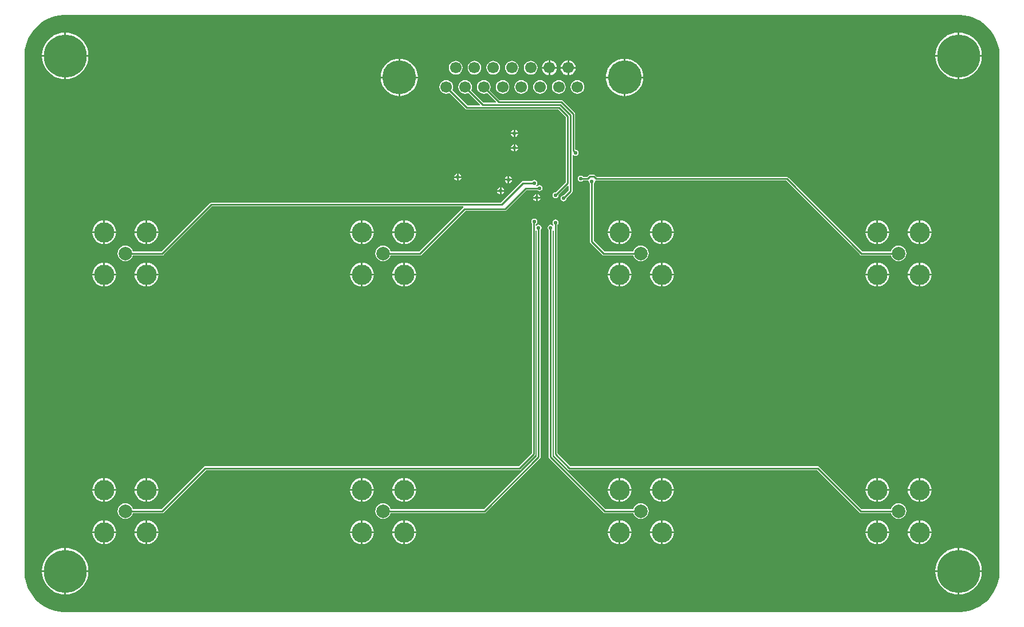
<source format=gbl>
G04*
G04 #@! TF.GenerationSoftware,Altium Limited,Altium Designer,18.1.9 (240)*
G04*
G04 Layer_Physical_Order=2*
G04 Layer_Color=16711680*
%FSLAX25Y25*%
%MOIN*%
G70*
G01*
G75*
%ADD14C,0.01000*%
%ADD30C,0.07874*%
%ADD31C,0.11811*%
%ADD32C,0.25000*%
%ADD33C,0.19685*%
%ADD34C,0.06693*%
%ADD35C,0.02200*%
G36*
X648493Y448548D02*
X650784Y448092D01*
X653020Y447414D01*
X655178Y446520D01*
X657238Y445418D01*
X659181Y444121D01*
X660987Y442638D01*
X662638Y440987D01*
X664120Y439181D01*
X665418Y437238D01*
X666520Y435178D01*
X667414Y433020D01*
X668092Y430784D01*
X668547Y428493D01*
X668777Y426168D01*
Y425000D01*
Y125000D01*
Y123832D01*
X668547Y121507D01*
X668092Y119216D01*
X667414Y116980D01*
X666520Y114822D01*
X665418Y112762D01*
X664121Y110819D01*
X662639Y109013D01*
X660987Y107362D01*
X659181Y105879D01*
X657238Y104582D01*
X655178Y103480D01*
X653020Y102586D01*
X650784Y101908D01*
X648493Y101452D01*
X646168Y101224D01*
X123832D01*
X121507Y101452D01*
X119216Y101908D01*
X116980Y102586D01*
X114822Y103480D01*
X112762Y104582D01*
X110819Y105879D01*
X109013Y107361D01*
X107362Y109013D01*
X105879Y110819D01*
X104582Y112762D01*
X103480Y114822D01*
X102586Y116980D01*
X101908Y119216D01*
X101452Y121507D01*
X101224Y123832D01*
Y125000D01*
Y425000D01*
Y426168D01*
X101452Y428493D01*
X101908Y430784D01*
X102586Y433020D01*
X103480Y435178D01*
X104582Y437238D01*
X105879Y439181D01*
X107361Y440987D01*
X109013Y442638D01*
X110819Y444121D01*
X112762Y445418D01*
X114822Y446520D01*
X116980Y447414D01*
X119216Y448092D01*
X121507Y448548D01*
X123832Y448776D01*
X646168D01*
X648493Y448548D01*
D02*
G37*
%LPC*%
G36*
X645500Y438502D02*
Y425500D01*
X658502D01*
X658375Y427118D01*
X657879Y429185D01*
X657066Y431148D01*
X655956Y432960D01*
X654575Y434576D01*
X652960Y435955D01*
X651148Y437066D01*
X649185Y437879D01*
X647118Y438375D01*
X645500Y438502D01*
D02*
G37*
G36*
X644500D02*
X642882Y438375D01*
X640815Y437879D01*
X638852Y437066D01*
X637040Y435955D01*
X635425Y434576D01*
X634045Y432960D01*
X632934Y431148D01*
X632121Y429185D01*
X631625Y427118D01*
X631498Y425500D01*
X644500D01*
Y438502D01*
D02*
G37*
G36*
X125500D02*
Y425500D01*
X138502D01*
X138375Y427118D01*
X137879Y429185D01*
X137066Y431148D01*
X135956Y432960D01*
X134575Y434576D01*
X132960Y435955D01*
X131148Y437066D01*
X129185Y437879D01*
X127118Y438375D01*
X125500Y438502D01*
D02*
G37*
G36*
X124500D02*
X122882Y438375D01*
X120815Y437879D01*
X118852Y437066D01*
X117040Y435955D01*
X115425Y434576D01*
X114044Y432960D01*
X112934Y431148D01*
X112121Y429185D01*
X111625Y427118D01*
X111498Y425500D01*
X124500D01*
Y438502D01*
D02*
G37*
G36*
X418217Y422409D02*
Y418591D01*
X422035D01*
X421951Y419225D01*
X421513Y420283D01*
X420816Y421191D01*
X419909Y421887D01*
X418851Y422325D01*
X418217Y422409D01*
D02*
G37*
G36*
X407311Y422409D02*
Y418591D01*
X411129D01*
X411046Y419225D01*
X410608Y420283D01*
X409911Y421191D01*
X409003Y421887D01*
X407946Y422325D01*
X407311Y422409D01*
D02*
G37*
G36*
X406311Y422409D02*
X405676Y422325D01*
X404619Y421887D01*
X403711Y421191D01*
X403014Y420283D01*
X402576Y419225D01*
X402493Y418591D01*
X406311D01*
Y422409D01*
D02*
G37*
G36*
X417216D02*
X416582Y422325D01*
X415524Y421887D01*
X414617Y421191D01*
X413920Y420283D01*
X413482Y419225D01*
X413398Y418591D01*
X417216D01*
Y422409D01*
D02*
G37*
G36*
X395905Y422071D02*
X394875Y421935D01*
X393915Y421538D01*
X393091Y420905D01*
X392458Y420081D01*
X392061Y419121D01*
X391925Y418090D01*
X392061Y417060D01*
X392458Y416100D01*
X393091Y415276D01*
X393915Y414643D01*
X394875Y414246D01*
X395905Y414110D01*
X396936Y414246D01*
X397896Y414643D01*
X398720Y415276D01*
X399353Y416100D01*
X399750Y417060D01*
X399886Y418090D01*
X399750Y419121D01*
X399353Y420081D01*
X398720Y420905D01*
X397896Y421538D01*
X396936Y421935D01*
X395905Y422071D01*
D02*
G37*
G36*
X385000D02*
X383970Y421935D01*
X383010Y421538D01*
X382185Y420905D01*
X381553Y420081D01*
X381155Y419121D01*
X381019Y418090D01*
X381155Y417060D01*
X381553Y416100D01*
X382185Y415276D01*
X383010Y414643D01*
X383970Y414246D01*
X385000Y414110D01*
X386030Y414246D01*
X386990Y414643D01*
X387815Y415276D01*
X388447Y416100D01*
X388845Y417060D01*
X388981Y418090D01*
X388845Y419121D01*
X388447Y420081D01*
X387815Y420905D01*
X386990Y421538D01*
X386030Y421935D01*
X385000Y422071D01*
D02*
G37*
G36*
X374095D02*
X373064Y421935D01*
X372104Y421538D01*
X371280Y420905D01*
X370647Y420081D01*
X370250Y419121D01*
X370114Y418090D01*
X370250Y417060D01*
X370647Y416100D01*
X371280Y415276D01*
X372104Y414643D01*
X373064Y414246D01*
X374095Y414110D01*
X375125Y414246D01*
X376085Y414643D01*
X376909Y415276D01*
X377542Y416100D01*
X377939Y417060D01*
X378075Y418090D01*
X377939Y419121D01*
X377542Y420081D01*
X376909Y420905D01*
X376085Y421538D01*
X375125Y421935D01*
X374095Y422071D01*
D02*
G37*
G36*
X363189D02*
X362159Y421935D01*
X361199Y421538D01*
X360374Y420905D01*
X359742Y420081D01*
X359344Y419121D01*
X359208Y418090D01*
X359344Y417060D01*
X359742Y416100D01*
X360374Y415276D01*
X361199Y414643D01*
X362159Y414246D01*
X363189Y414110D01*
X364219Y414246D01*
X365179Y414643D01*
X366004Y415276D01*
X366636Y416100D01*
X367034Y417060D01*
X367169Y418090D01*
X367034Y419121D01*
X366636Y420081D01*
X366004Y420905D01*
X365179Y421538D01*
X364219Y421935D01*
X363189Y422071D01*
D02*
G37*
G36*
X352283D02*
X351253Y421935D01*
X350293Y421538D01*
X349469Y420905D01*
X348836Y420081D01*
X348439Y419121D01*
X348303Y418090D01*
X348439Y417060D01*
X348836Y416100D01*
X349469Y415276D01*
X350293Y414643D01*
X351253Y414246D01*
X352283Y414110D01*
X353314Y414246D01*
X354274Y414643D01*
X355098Y415276D01*
X355731Y416100D01*
X356128Y417060D01*
X356264Y418090D01*
X356128Y419121D01*
X355731Y420081D01*
X355098Y420905D01*
X354274Y421538D01*
X353314Y421935D01*
X352283Y422071D01*
D02*
G37*
G36*
X406311Y417591D02*
X402493D01*
X402576Y416956D01*
X403014Y415899D01*
X403711Y414991D01*
X404619Y414294D01*
X405676Y413856D01*
X406311Y413772D01*
Y417591D01*
D02*
G37*
G36*
X422035D02*
X418217D01*
Y413772D01*
X418851Y413856D01*
X419909Y414294D01*
X420816Y414991D01*
X421513Y415899D01*
X421951Y416956D01*
X422035Y417591D01*
D02*
G37*
G36*
X417216D02*
X413398D01*
X413482Y416956D01*
X413920Y415899D01*
X414617Y414991D01*
X415524Y414294D01*
X416582Y413856D01*
X417216Y413772D01*
Y417591D01*
D02*
G37*
G36*
X411129D02*
X407311D01*
Y413772D01*
X407946Y413856D01*
X409003Y414294D01*
X409911Y414991D01*
X410608Y415899D01*
X411046Y416956D01*
X411129Y417591D01*
D02*
G37*
G36*
X451051Y423337D02*
Y413000D01*
X461388D01*
X461293Y414201D01*
X460895Y415861D01*
X460242Y417438D01*
X459350Y418893D01*
X458242Y420190D01*
X456944Y421299D01*
X455489Y422191D01*
X453912Y422844D01*
X452253Y423242D01*
X451051Y423337D01*
D02*
G37*
G36*
X319949D02*
Y413000D01*
X330286D01*
X330191Y414201D01*
X329793Y415861D01*
X329139Y417438D01*
X328248Y418893D01*
X327139Y420190D01*
X325842Y421299D01*
X324386Y422191D01*
X322810Y422844D01*
X321150Y423242D01*
X319949Y423337D01*
D02*
G37*
G36*
X318949D02*
X317747Y423242D01*
X316088Y422844D01*
X314511Y422191D01*
X313056Y421299D01*
X311758Y420190D01*
X310650Y418893D01*
X309758Y417438D01*
X309105Y415861D01*
X308707Y414201D01*
X308612Y413000D01*
X318949D01*
Y423337D01*
D02*
G37*
G36*
X450051D02*
X448850Y423242D01*
X447190Y422844D01*
X445614Y422191D01*
X444158Y421299D01*
X442861Y420190D01*
X441752Y418893D01*
X440861Y417438D01*
X440207Y415861D01*
X439809Y414201D01*
X439714Y413000D01*
X450051D01*
Y423337D01*
D02*
G37*
G36*
X658502Y424500D02*
X645500D01*
Y411498D01*
X647118Y411625D01*
X649185Y412121D01*
X651148Y412934D01*
X652960Y414045D01*
X654575Y415424D01*
X655956Y417040D01*
X657066Y418852D01*
X657879Y420815D01*
X658375Y422882D01*
X658502Y424500D01*
D02*
G37*
G36*
X644500D02*
X631498D01*
X631625Y422882D01*
X632121Y420815D01*
X632934Y418852D01*
X634045Y417040D01*
X635425Y415424D01*
X637040Y414045D01*
X638852Y412934D01*
X640815Y412121D01*
X642882Y411625D01*
X644500Y411498D01*
Y424500D01*
D02*
G37*
G36*
X138502D02*
X125500D01*
Y411498D01*
X127118Y411625D01*
X129185Y412121D01*
X131148Y412934D01*
X132960Y414045D01*
X134575Y415424D01*
X135956Y417040D01*
X137066Y418852D01*
X137879Y420815D01*
X138375Y422882D01*
X138502Y424500D01*
D02*
G37*
G36*
X124500D02*
X111498D01*
X111625Y422882D01*
X112121Y420815D01*
X112934Y418852D01*
X114044Y417040D01*
X115425Y415424D01*
X117040Y414045D01*
X118852Y412934D01*
X120815Y412121D01*
X122882Y411625D01*
X124500Y411498D01*
Y424500D01*
D02*
G37*
G36*
X423169Y410890D02*
X422139Y410754D01*
X421179Y410357D01*
X420355Y409724D01*
X419722Y408900D01*
X419324Y407940D01*
X419189Y406910D01*
X419324Y405879D01*
X419722Y404919D01*
X420355Y404095D01*
X421179Y403462D01*
X422139Y403065D01*
X423169Y402929D01*
X424199Y403065D01*
X425160Y403462D01*
X425984Y404095D01*
X426616Y404919D01*
X427014Y405879D01*
X427150Y406910D01*
X427014Y407940D01*
X426616Y408900D01*
X425984Y409724D01*
X425160Y410357D01*
X424199Y410754D01*
X423169Y410890D01*
D02*
G37*
G36*
X412264D02*
X411234Y410754D01*
X410274Y410357D01*
X409449Y409724D01*
X408817Y408900D01*
X408419Y407940D01*
X408283Y406910D01*
X408419Y405879D01*
X408817Y404919D01*
X409449Y404095D01*
X410274Y403462D01*
X411234Y403065D01*
X412264Y402929D01*
X413294Y403065D01*
X414254Y403462D01*
X415078Y404095D01*
X415711Y404919D01*
X416109Y405879D01*
X416244Y406910D01*
X416109Y407940D01*
X415711Y408900D01*
X415078Y409724D01*
X414254Y410357D01*
X413294Y410754D01*
X412264Y410890D01*
D02*
G37*
G36*
X401358D02*
X400328Y410754D01*
X399368Y410357D01*
X398544Y409724D01*
X397911Y408900D01*
X397513Y407940D01*
X397378Y406910D01*
X397513Y405879D01*
X397911Y404919D01*
X398544Y404095D01*
X399368Y403462D01*
X400328Y403065D01*
X401358Y402929D01*
X402388Y403065D01*
X403348Y403462D01*
X404173Y404095D01*
X404806Y404919D01*
X405203Y405879D01*
X405339Y406910D01*
X405203Y407940D01*
X404806Y408900D01*
X404173Y409724D01*
X403348Y410357D01*
X402388Y410754D01*
X401358Y410890D01*
D02*
G37*
G36*
X390453D02*
X389422Y410754D01*
X388462Y410357D01*
X387638Y409724D01*
X387005Y408900D01*
X386608Y407940D01*
X386472Y406910D01*
X386608Y405879D01*
X387005Y404919D01*
X387638Y404095D01*
X388462Y403462D01*
X389422Y403065D01*
X390453Y402929D01*
X391483Y403065D01*
X392443Y403462D01*
X393267Y404095D01*
X393900Y404919D01*
X394298Y405879D01*
X394433Y406910D01*
X394298Y407940D01*
X393900Y408900D01*
X393267Y409724D01*
X392443Y410357D01*
X391483Y410754D01*
X390453Y410890D01*
D02*
G37*
G36*
X379547D02*
X378517Y410754D01*
X377557Y410357D01*
X376733Y409724D01*
X376100Y408900D01*
X375702Y407940D01*
X375567Y406910D01*
X375702Y405879D01*
X376100Y404919D01*
X376733Y404095D01*
X377557Y403462D01*
X378517Y403065D01*
X379547Y402929D01*
X380577Y403065D01*
X381538Y403462D01*
X382362Y404095D01*
X382995Y404919D01*
X383392Y405879D01*
X383528Y406910D01*
X383392Y407940D01*
X382995Y408900D01*
X382362Y409724D01*
X381538Y410357D01*
X380577Y410754D01*
X379547Y410890D01*
D02*
G37*
G36*
X461388Y412000D02*
X451051D01*
Y401663D01*
X452253Y401758D01*
X453912Y402156D01*
X455489Y402809D01*
X456944Y403701D01*
X458242Y404810D01*
X459350Y406107D01*
X460242Y407562D01*
X460895Y409139D01*
X461293Y410799D01*
X461388Y412000D01*
D02*
G37*
G36*
X330286D02*
X319949D01*
Y401663D01*
X321150Y401758D01*
X322810Y402156D01*
X324386Y402809D01*
X325842Y403701D01*
X327139Y404810D01*
X328248Y406107D01*
X329139Y407562D01*
X329793Y409139D01*
X330191Y410799D01*
X330286Y412000D01*
D02*
G37*
G36*
X318949D02*
X308612D01*
X308707Y410799D01*
X309105Y409139D01*
X309758Y407562D01*
X310650Y406107D01*
X311758Y404810D01*
X313056Y403701D01*
X314511Y402809D01*
X316088Y402156D01*
X317747Y401758D01*
X318949Y401663D01*
Y412000D01*
D02*
G37*
G36*
X450051D02*
X439714D01*
X439809Y410799D01*
X440207Y409139D01*
X440861Y407562D01*
X441752Y406107D01*
X442861Y404810D01*
X444158Y403701D01*
X445614Y402809D01*
X447190Y402156D01*
X448850Y401758D01*
X450051Y401663D01*
Y412000D01*
D02*
G37*
G36*
X368642Y410890D02*
X367612Y410754D01*
X366652Y410357D01*
X365827Y409724D01*
X365195Y408900D01*
X364797Y407940D01*
X364661Y406910D01*
X364797Y405879D01*
X365195Y404919D01*
X365827Y404095D01*
X366652Y403462D01*
X367612Y403065D01*
X368642Y402929D01*
X369672Y403065D01*
X370541Y403424D01*
X375782Y398183D01*
X375590Y397722D01*
X368510D01*
X361221Y405011D01*
X361581Y405879D01*
X361717Y406910D01*
X361581Y407940D01*
X361183Y408900D01*
X360551Y409724D01*
X359727Y410357D01*
X358766Y410754D01*
X357736Y410890D01*
X356706Y410754D01*
X355746Y410357D01*
X354922Y409724D01*
X354289Y408900D01*
X353891Y407940D01*
X353756Y406910D01*
X353891Y405879D01*
X354289Y404919D01*
X354922Y404095D01*
X355746Y403462D01*
X356706Y403065D01*
X357736Y402929D01*
X358766Y403065D01*
X359635Y403424D01*
X366476Y396584D01*
X366285Y396122D01*
X359205D01*
X350316Y405011D01*
X350676Y405879D01*
X350811Y406910D01*
X350676Y407940D01*
X350278Y408900D01*
X349645Y409724D01*
X348821Y410357D01*
X347861Y410754D01*
X346831Y410890D01*
X345800Y410754D01*
X344841Y410357D01*
X344016Y409724D01*
X343384Y408900D01*
X342986Y407940D01*
X342850Y406910D01*
X342986Y405879D01*
X343384Y404919D01*
X344016Y404095D01*
X344841Y403462D01*
X345800Y403065D01*
X346831Y402929D01*
X347861Y403065D01*
X348730Y403424D01*
X357947Y394207D01*
X357947Y394207D01*
X358311Y393964D01*
X358740Y393878D01*
X358740Y393879D01*
X412035D01*
X416378Y389535D01*
Y351465D01*
X410520Y345606D01*
X410398Y345631D01*
X409734Y345499D01*
X409172Y345123D01*
X408796Y344561D01*
X408664Y343898D01*
X408796Y343234D01*
X409172Y342672D01*
X409734Y342296D01*
X410398Y342164D01*
X411061Y342296D01*
X411623Y342672D01*
X411999Y343234D01*
X412131Y343898D01*
X412107Y344020D01*
X417517Y349430D01*
X417978Y349239D01*
Y346600D01*
X415123Y343744D01*
X415000Y343769D01*
X414337Y343637D01*
X413774Y343261D01*
X413399Y342699D01*
X413267Y342035D01*
X413399Y341372D01*
X413774Y340810D01*
X414337Y340434D01*
X415000Y340302D01*
X415663Y340434D01*
X416226Y340810D01*
X416601Y341372D01*
X416733Y342035D01*
X416709Y342158D01*
X419893Y345342D01*
X419893Y345342D01*
X420136Y345706D01*
X420222Y346135D01*
X420222Y346135D01*
Y367202D01*
X420722Y367353D01*
X420774Y367274D01*
X421337Y366899D01*
X422000Y366767D01*
X422663Y366899D01*
X423226Y367274D01*
X423601Y367837D01*
X423733Y368500D01*
X423601Y369163D01*
X423226Y369726D01*
X422663Y370101D01*
X422000Y370233D01*
X421822Y370708D01*
Y391325D01*
X421822Y391325D01*
X421736Y391755D01*
X421493Y392119D01*
X414618Y398993D01*
X414255Y399236D01*
X413826Y399322D01*
X413825Y399322D01*
X377816D01*
X372127Y405011D01*
X372487Y405879D01*
X372622Y406910D01*
X372487Y407940D01*
X372089Y408900D01*
X371456Y409724D01*
X370632Y410357D01*
X369672Y410754D01*
X368642Y410890D01*
D02*
G37*
G36*
X387000Y382042D02*
Y380500D01*
X388542D01*
X388478Y380819D01*
X388014Y381514D01*
X387319Y381978D01*
X387000Y382042D01*
D02*
G37*
G36*
X386000D02*
X385681Y381978D01*
X384986Y381514D01*
X384522Y380819D01*
X384458Y380500D01*
X386000D01*
Y382042D01*
D02*
G37*
G36*
X388542Y379500D02*
X387000D01*
Y377958D01*
X387319Y378022D01*
X388014Y378486D01*
X388478Y379181D01*
X388542Y379500D01*
D02*
G37*
G36*
X386000D02*
X384458D01*
X384522Y379181D01*
X384986Y378486D01*
X385681Y378022D01*
X386000Y377958D01*
Y379500D01*
D02*
G37*
G36*
X387000Y373542D02*
Y372000D01*
X388542D01*
X388478Y372319D01*
X388014Y373014D01*
X387319Y373478D01*
X387000Y373542D01*
D02*
G37*
G36*
X386000D02*
X385681Y373478D01*
X384986Y373014D01*
X384522Y372319D01*
X384458Y372000D01*
X386000D01*
Y373542D01*
D02*
G37*
G36*
X388542Y371000D02*
X387000D01*
Y369458D01*
X387319Y369522D01*
X388014Y369986D01*
X388478Y370681D01*
X388542Y371000D01*
D02*
G37*
G36*
X386000D02*
X384458D01*
X384522Y370681D01*
X384986Y369986D01*
X385681Y369522D01*
X386000Y369458D01*
Y371000D01*
D02*
G37*
G36*
X432660Y355922D02*
X432660Y355922D01*
X430340D01*
X430340Y355922D01*
X429911Y355836D01*
X429547Y355593D01*
X429547Y355593D01*
X428576Y354622D01*
X426295D01*
X426226Y354726D01*
X425663Y355101D01*
X425000Y355233D01*
X424337Y355101D01*
X423774Y354726D01*
X423399Y354163D01*
X423267Y353500D01*
X423399Y352837D01*
X423774Y352274D01*
X424337Y351899D01*
X425000Y351767D01*
X425663Y351899D01*
X426226Y352274D01*
X426295Y352379D01*
X429040D01*
X429040Y352378D01*
X429344Y352439D01*
X429673Y352207D01*
X429781Y352070D01*
X429767Y352000D01*
X429899Y351337D01*
X430274Y350774D01*
X430378Y350705D01*
Y317000D01*
X430378Y317000D01*
X430464Y316571D01*
X430707Y316207D01*
X437707Y309207D01*
X437707Y309207D01*
X438071Y308964D01*
X438500Y308878D01*
X455572D01*
X455580Y308816D01*
X456037Y307712D01*
X456764Y306764D01*
X457712Y306037D01*
X458816Y305580D01*
X460000Y305424D01*
X461184Y305580D01*
X462288Y306037D01*
X463236Y306764D01*
X463963Y307712D01*
X464420Y308816D01*
X464576Y310000D01*
X464420Y311184D01*
X463963Y312288D01*
X463236Y313236D01*
X462288Y313963D01*
X461184Y314420D01*
X460000Y314576D01*
X458816Y314420D01*
X457712Y313963D01*
X456764Y313236D01*
X456037Y312288D01*
X455580Y311184D01*
X455572Y311122D01*
X438965D01*
X432622Y317465D01*
Y350705D01*
X432726Y350774D01*
X433101Y351337D01*
X433233Y352000D01*
X433219Y352070D01*
X433327Y352207D01*
X433656Y352439D01*
X433960Y352378D01*
X433960Y352379D01*
X544535D01*
X587707Y309207D01*
X588071Y308964D01*
X588500Y308878D01*
X588500Y308878D01*
X605572D01*
X605580Y308816D01*
X606037Y307712D01*
X606764Y306764D01*
X607712Y306037D01*
X608816Y305580D01*
X610000Y305424D01*
X611184Y305580D01*
X612288Y306037D01*
X613236Y306764D01*
X613963Y307712D01*
X614420Y308816D01*
X614576Y310000D01*
X614420Y311184D01*
X613963Y312288D01*
X613236Y313236D01*
X612288Y313963D01*
X611184Y314420D01*
X610000Y314576D01*
X608816Y314420D01*
X607712Y313963D01*
X606764Y313236D01*
X606037Y312288D01*
X605580Y311184D01*
X605572Y311122D01*
X588965D01*
X545793Y354293D01*
X545429Y354536D01*
X545000Y354622D01*
X545000Y354622D01*
X434424D01*
X433453Y355593D01*
X433089Y355836D01*
X432660Y355922D01*
D02*
G37*
G36*
X354000Y356542D02*
Y355000D01*
X355542D01*
X355478Y355319D01*
X355014Y356014D01*
X354319Y356478D01*
X354000Y356542D01*
D02*
G37*
G36*
X353000D02*
X352681Y356478D01*
X351986Y356014D01*
X351522Y355319D01*
X351458Y355000D01*
X353000D01*
Y356542D01*
D02*
G37*
G36*
X383500Y355042D02*
Y353500D01*
X385042D01*
X384978Y353819D01*
X384514Y354514D01*
X383819Y354978D01*
X383500Y355042D01*
D02*
G37*
G36*
X382500D02*
X382181Y354978D01*
X381486Y354514D01*
X381022Y353819D01*
X380958Y353500D01*
X382500D01*
Y355042D01*
D02*
G37*
G36*
X355542Y354000D02*
X354000D01*
Y352458D01*
X354319Y352522D01*
X355014Y352986D01*
X355478Y353681D01*
X355542Y354000D01*
D02*
G37*
G36*
X353000D02*
X351458D01*
X351522Y353681D01*
X351986Y352986D01*
X352681Y352522D01*
X353000Y352458D01*
Y354000D01*
D02*
G37*
G36*
X398000Y352733D02*
X397337Y352601D01*
X396774Y352226D01*
X396705Y352121D01*
X391500D01*
X391500Y352122D01*
X391071Y352036D01*
X390707Y351793D01*
X378535Y339621D01*
X210000D01*
X210000Y339622D01*
X209571Y339536D01*
X209207Y339293D01*
X209207Y339293D01*
X181035Y311122D01*
X164428D01*
X164420Y311184D01*
X163963Y312288D01*
X163236Y313236D01*
X162288Y313963D01*
X161184Y314420D01*
X160000Y314576D01*
X158816Y314420D01*
X157712Y313963D01*
X156764Y313236D01*
X156037Y312288D01*
X155580Y311184D01*
X155424Y310000D01*
X155580Y308816D01*
X156037Y307712D01*
X156764Y306764D01*
X157712Y306037D01*
X158816Y305580D01*
X160000Y305424D01*
X161184Y305580D01*
X162288Y306037D01*
X163236Y306764D01*
X163963Y307712D01*
X164420Y308816D01*
X164428Y308878D01*
X181500D01*
X181500Y308878D01*
X181929Y308964D01*
X182293Y309207D01*
X210465Y337379D01*
X356683D01*
X356835Y336878D01*
X356707Y336793D01*
X356707Y336793D01*
X331035Y311122D01*
X314428D01*
X314420Y311184D01*
X313963Y312288D01*
X313236Y313236D01*
X312288Y313963D01*
X311184Y314420D01*
X310000Y314576D01*
X308816Y314420D01*
X307712Y313963D01*
X306764Y313236D01*
X306037Y312288D01*
X305580Y311184D01*
X305424Y310000D01*
X305580Y308816D01*
X306037Y307712D01*
X306764Y306764D01*
X307712Y306037D01*
X308816Y305580D01*
X310000Y305424D01*
X311184Y305580D01*
X312288Y306037D01*
X313236Y306764D01*
X313963Y307712D01*
X314420Y308816D01*
X314428Y308878D01*
X331500D01*
X331500Y308878D01*
X331929Y308964D01*
X332293Y309207D01*
X357965Y334878D01*
X381000D01*
X381000Y334878D01*
X381429Y334964D01*
X381793Y335207D01*
X393465Y346879D01*
X399705D01*
X399774Y346774D01*
X400337Y346399D01*
X401000Y346267D01*
X401663Y346399D01*
X402226Y346774D01*
X402601Y347337D01*
X402733Y348000D01*
X402601Y348663D01*
X402226Y349226D01*
X401663Y349601D01*
X401000Y349733D01*
X400337Y349601D01*
X399774Y349226D01*
X399705Y349121D01*
X399149D01*
X398997Y349622D01*
X399226Y349774D01*
X399601Y350337D01*
X399733Y351000D01*
X399601Y351663D01*
X399226Y352226D01*
X398663Y352601D01*
X398000Y352733D01*
D02*
G37*
G36*
X385042Y352500D02*
X383500D01*
Y350958D01*
X383819Y351022D01*
X384514Y351486D01*
X384978Y352181D01*
X385042Y352500D01*
D02*
G37*
G36*
X382500D02*
X380958D01*
X381022Y352181D01*
X381486Y351486D01*
X382181Y351022D01*
X382500Y350958D01*
Y352500D01*
D02*
G37*
G36*
X378894Y348542D02*
Y347000D01*
X380435D01*
X380372Y347319D01*
X379908Y348014D01*
X379213Y348478D01*
X378894Y348542D01*
D02*
G37*
G36*
X377894D02*
X377574Y348478D01*
X376880Y348014D01*
X376415Y347319D01*
X376352Y347000D01*
X377894D01*
Y348542D01*
D02*
G37*
G36*
X380435Y346000D02*
X378894D01*
Y344458D01*
X379213Y344522D01*
X379908Y344986D01*
X380372Y345681D01*
X380435Y346000D01*
D02*
G37*
G36*
X377894D02*
X376352D01*
X376415Y345681D01*
X376880Y344986D01*
X377574Y344522D01*
X377894Y344458D01*
Y346000D01*
D02*
G37*
G36*
X400000Y344542D02*
Y343000D01*
X401542D01*
X401478Y343319D01*
X401014Y344014D01*
X400319Y344478D01*
X400000Y344542D01*
D02*
G37*
G36*
X399000D02*
X398681Y344478D01*
X397986Y344014D01*
X397522Y343319D01*
X397458Y343000D01*
X399000D01*
Y344542D01*
D02*
G37*
G36*
X401542Y342000D02*
X400000D01*
Y340458D01*
X400319Y340522D01*
X401014Y340986D01*
X401478Y341681D01*
X401542Y342000D01*
D02*
G37*
G36*
X399000D02*
X397458D01*
X397522Y341681D01*
X397986Y340986D01*
X398681Y340522D01*
X399000Y340458D01*
Y342000D01*
D02*
G37*
G36*
X410398Y329733D02*
X409734Y329601D01*
X409172Y329226D01*
X408796Y328663D01*
X408664Y328000D01*
X408796Y327337D01*
X409172Y326774D01*
X409154Y326484D01*
X408962Y326368D01*
X408646Y326279D01*
X408163Y326601D01*
X407500Y326733D01*
X406837Y326601D01*
X406274Y326226D01*
X405899Y325663D01*
X405767Y325000D01*
X405899Y324337D01*
X406274Y323774D01*
X406379Y323705D01*
Y191500D01*
X406378Y191500D01*
X406464Y191071D01*
X406707Y190707D01*
X438207Y159207D01*
X438207Y159207D01*
X438571Y158964D01*
X439000Y158878D01*
X439000Y158878D01*
X455572D01*
X455580Y158816D01*
X456037Y157712D01*
X456764Y156764D01*
X457712Y156037D01*
X458816Y155580D01*
X460000Y155424D01*
X461184Y155580D01*
X462288Y156037D01*
X463236Y156764D01*
X463963Y157712D01*
X464420Y158816D01*
X464576Y160000D01*
X464420Y161184D01*
X463963Y162288D01*
X463236Y163236D01*
X462288Y163963D01*
X461184Y164420D01*
X460000Y164576D01*
X458816Y164420D01*
X457712Y163963D01*
X456764Y163236D01*
X456037Y162288D01*
X455580Y161184D01*
X455572Y161122D01*
X439465D01*
X408622Y191965D01*
Y323379D01*
X408776Y323499D01*
X409276Y323253D01*
Y193102D01*
X409276Y193102D01*
X409362Y192673D01*
X409605Y192309D01*
X417707Y184207D01*
X417707Y184207D01*
X418071Y183964D01*
X418500Y183878D01*
X418500Y183878D01*
X562535D01*
X587207Y159207D01*
X587207Y159207D01*
X587571Y158964D01*
X588000Y158878D01*
X588000Y158878D01*
X605572D01*
X605580Y158816D01*
X606037Y157712D01*
X606764Y156764D01*
X607712Y156037D01*
X608816Y155580D01*
X610000Y155424D01*
X611184Y155580D01*
X612288Y156037D01*
X613236Y156764D01*
X613963Y157712D01*
X614420Y158816D01*
X614576Y160000D01*
X614420Y161184D01*
X613963Y162288D01*
X613236Y163236D01*
X612288Y163963D01*
X611184Y164420D01*
X610000Y164576D01*
X608816Y164420D01*
X607712Y163963D01*
X606764Y163236D01*
X606037Y162288D01*
X605580Y161184D01*
X605572Y161122D01*
X588465D01*
X563793Y185793D01*
X563429Y186036D01*
X563000Y186122D01*
X563000Y186122D01*
X418965D01*
X411519Y193567D01*
Y326705D01*
X411623Y326774D01*
X411999Y327337D01*
X412131Y328000D01*
X411999Y328663D01*
X411623Y329226D01*
X411061Y329601D01*
X410398Y329733D01*
D02*
G37*
G36*
X622823Y329212D02*
Y322823D01*
X629213D01*
X629128Y323676D01*
X628734Y324978D01*
X628092Y326178D01*
X627229Y327229D01*
X626178Y328092D01*
X624978Y328734D01*
X623677Y329128D01*
X622823Y329212D01*
D02*
G37*
G36*
X621823D02*
X620969Y329128D01*
X619667Y328734D01*
X618468Y328092D01*
X617416Y327229D01*
X616553Y326178D01*
X615912Y324978D01*
X615517Y323676D01*
X615433Y322823D01*
X621823D01*
Y329212D01*
D02*
G37*
G36*
X598177D02*
Y322823D01*
X604567D01*
X604483Y323676D01*
X604088Y324978D01*
X603447Y326178D01*
X602584Y327229D01*
X601532Y328092D01*
X600333Y328734D01*
X599031Y329128D01*
X598177Y329212D01*
D02*
G37*
G36*
X597177D02*
X596323Y329128D01*
X595022Y328734D01*
X593822Y328092D01*
X592771Y327229D01*
X591908Y326178D01*
X591266Y324978D01*
X590872Y323676D01*
X590788Y322823D01*
X597177D01*
Y329212D01*
D02*
G37*
G36*
X472823D02*
Y322823D01*
X479213D01*
X479128Y323676D01*
X478734Y324978D01*
X478092Y326178D01*
X477229Y327229D01*
X476178Y328092D01*
X474978Y328734D01*
X473677Y329128D01*
X472823Y329212D01*
D02*
G37*
G36*
X471823D02*
X470969Y329128D01*
X469667Y328734D01*
X468468Y328092D01*
X467416Y327229D01*
X466553Y326178D01*
X465912Y324978D01*
X465517Y323676D01*
X465433Y322823D01*
X471823D01*
Y329212D01*
D02*
G37*
G36*
X448177D02*
Y322823D01*
X454567D01*
X454483Y323676D01*
X454088Y324978D01*
X453447Y326178D01*
X452584Y327229D01*
X451532Y328092D01*
X450333Y328734D01*
X449031Y329128D01*
X448177Y329212D01*
D02*
G37*
G36*
X447177D02*
X446323Y329128D01*
X445022Y328734D01*
X443822Y328092D01*
X442771Y327229D01*
X441908Y326178D01*
X441266Y324978D01*
X440872Y323676D01*
X440788Y322823D01*
X447177D01*
Y329212D01*
D02*
G37*
G36*
X322823D02*
Y322823D01*
X329212D01*
X329128Y323676D01*
X328734Y324978D01*
X328092Y326178D01*
X327229Y327229D01*
X326178Y328092D01*
X324978Y328734D01*
X323676Y329128D01*
X322823Y329212D01*
D02*
G37*
G36*
X321823D02*
X320969Y329128D01*
X319667Y328734D01*
X318468Y328092D01*
X317416Y327229D01*
X316553Y326178D01*
X315912Y324978D01*
X315517Y323676D01*
X315433Y322823D01*
X321823D01*
Y329212D01*
D02*
G37*
G36*
X298177D02*
Y322823D01*
X304567D01*
X304483Y323676D01*
X304088Y324978D01*
X303447Y326178D01*
X302584Y327229D01*
X301532Y328092D01*
X300333Y328734D01*
X299031Y329128D01*
X298177Y329212D01*
D02*
G37*
G36*
X297177D02*
X296323Y329128D01*
X295022Y328734D01*
X293822Y328092D01*
X292771Y327229D01*
X291908Y326178D01*
X291266Y324978D01*
X290872Y323676D01*
X290788Y322823D01*
X297177D01*
Y329212D01*
D02*
G37*
G36*
X172823D02*
Y322823D01*
X179212D01*
X179128Y323676D01*
X178734Y324978D01*
X178092Y326178D01*
X177229Y327229D01*
X176178Y328092D01*
X174978Y328734D01*
X173677Y329128D01*
X172823Y329212D01*
D02*
G37*
G36*
X171823D02*
X170969Y329128D01*
X169667Y328734D01*
X168468Y328092D01*
X167416Y327229D01*
X166553Y326178D01*
X165912Y324978D01*
X165517Y323676D01*
X165433Y322823D01*
X171823D01*
Y329212D01*
D02*
G37*
G36*
X148177D02*
Y322823D01*
X154567D01*
X154483Y323676D01*
X154088Y324978D01*
X153447Y326178D01*
X152584Y327229D01*
X151532Y328092D01*
X150333Y328734D01*
X149031Y329128D01*
X148177Y329212D01*
D02*
G37*
G36*
X147177D02*
X146324Y329128D01*
X145022Y328734D01*
X143822Y328092D01*
X142771Y327229D01*
X141908Y326178D01*
X141266Y324978D01*
X140872Y323676D01*
X140787Y322823D01*
X147177D01*
Y329212D01*
D02*
G37*
G36*
X629213Y321823D02*
X622823D01*
Y315433D01*
X623677Y315517D01*
X624978Y315912D01*
X626178Y316553D01*
X627229Y317416D01*
X628092Y318468D01*
X628734Y319667D01*
X629128Y320969D01*
X629213Y321823D01*
D02*
G37*
G36*
X621823D02*
X615433D01*
X615517Y320969D01*
X615912Y319667D01*
X616553Y318468D01*
X617416Y317416D01*
X618468Y316553D01*
X619667Y315912D01*
X620969Y315517D01*
X621823Y315433D01*
Y321823D01*
D02*
G37*
G36*
X604567D02*
X598177D01*
Y315433D01*
X599031Y315517D01*
X600333Y315912D01*
X601532Y316553D01*
X602584Y317416D01*
X603447Y318468D01*
X604088Y319667D01*
X604483Y320969D01*
X604567Y321823D01*
D02*
G37*
G36*
X597177D02*
X590788D01*
X590872Y320969D01*
X591266Y319667D01*
X591908Y318468D01*
X592771Y317416D01*
X593822Y316553D01*
X595022Y315912D01*
X596323Y315517D01*
X597177Y315433D01*
Y321823D01*
D02*
G37*
G36*
X479213D02*
X472823D01*
Y315433D01*
X473677Y315517D01*
X474978Y315912D01*
X476178Y316553D01*
X477229Y317416D01*
X478092Y318468D01*
X478734Y319667D01*
X479128Y320969D01*
X479213Y321823D01*
D02*
G37*
G36*
X471823D02*
X465433D01*
X465517Y320969D01*
X465912Y319667D01*
X466553Y318468D01*
X467416Y317416D01*
X468468Y316553D01*
X469667Y315912D01*
X470969Y315517D01*
X471823Y315433D01*
Y321823D01*
D02*
G37*
G36*
X454567D02*
X448177D01*
Y315433D01*
X449031Y315517D01*
X450333Y315912D01*
X451532Y316553D01*
X452584Y317416D01*
X453447Y318468D01*
X454088Y319667D01*
X454483Y320969D01*
X454567Y321823D01*
D02*
G37*
G36*
X447177D02*
X440788D01*
X440872Y320969D01*
X441266Y319667D01*
X441908Y318468D01*
X442771Y317416D01*
X443822Y316553D01*
X445022Y315912D01*
X446323Y315517D01*
X447177Y315433D01*
Y321823D01*
D02*
G37*
G36*
X329212D02*
X322823D01*
Y315433D01*
X323676Y315517D01*
X324978Y315912D01*
X326178Y316553D01*
X327229Y317416D01*
X328092Y318468D01*
X328734Y319667D01*
X329128Y320969D01*
X329212Y321823D01*
D02*
G37*
G36*
X321823D02*
X315433D01*
X315517Y320969D01*
X315912Y319667D01*
X316553Y318468D01*
X317416Y317416D01*
X318468Y316553D01*
X319667Y315912D01*
X320969Y315517D01*
X321823Y315433D01*
Y321823D01*
D02*
G37*
G36*
X304567D02*
X298177D01*
Y315433D01*
X299031Y315517D01*
X300333Y315912D01*
X301532Y316553D01*
X302584Y317416D01*
X303447Y318468D01*
X304088Y319667D01*
X304483Y320969D01*
X304567Y321823D01*
D02*
G37*
G36*
X297177D02*
X290788D01*
X290872Y320969D01*
X291266Y319667D01*
X291908Y318468D01*
X292771Y317416D01*
X293822Y316553D01*
X295022Y315912D01*
X296323Y315517D01*
X297177Y315433D01*
Y321823D01*
D02*
G37*
G36*
X179212D02*
X172823D01*
Y315433D01*
X173677Y315517D01*
X174978Y315912D01*
X176178Y316553D01*
X177229Y317416D01*
X178092Y318468D01*
X178734Y319667D01*
X179128Y320969D01*
X179212Y321823D01*
D02*
G37*
G36*
X171823D02*
X165433D01*
X165517Y320969D01*
X165912Y319667D01*
X166553Y318468D01*
X167416Y317416D01*
X168468Y316553D01*
X169667Y315912D01*
X170969Y315517D01*
X171823Y315433D01*
Y321823D01*
D02*
G37*
G36*
X154567D02*
X148177D01*
Y315433D01*
X149031Y315517D01*
X150333Y315912D01*
X151532Y316553D01*
X152584Y317416D01*
X153447Y318468D01*
X154088Y319667D01*
X154483Y320969D01*
X154567Y321823D01*
D02*
G37*
G36*
X147177D02*
X140787D01*
X140872Y320969D01*
X141266Y319667D01*
X141908Y318468D01*
X142771Y317416D01*
X143822Y316553D01*
X145022Y315912D01*
X146324Y315517D01*
X147177Y315433D01*
Y321823D01*
D02*
G37*
G36*
X622823Y304567D02*
Y298177D01*
X629213D01*
X629128Y299031D01*
X628734Y300333D01*
X628092Y301532D01*
X627229Y302584D01*
X626178Y303447D01*
X624978Y304088D01*
X623677Y304483D01*
X622823Y304567D01*
D02*
G37*
G36*
X621823D02*
X620969Y304483D01*
X619667Y304088D01*
X618468Y303447D01*
X617416Y302584D01*
X616553Y301532D01*
X615912Y300333D01*
X615517Y299031D01*
X615433Y298177D01*
X621823D01*
Y304567D01*
D02*
G37*
G36*
X598177D02*
Y298177D01*
X604567D01*
X604483Y299031D01*
X604088Y300333D01*
X603447Y301532D01*
X602584Y302584D01*
X601532Y303447D01*
X600333Y304088D01*
X599031Y304483D01*
X598177Y304567D01*
D02*
G37*
G36*
X597177D02*
X596323Y304483D01*
X595022Y304088D01*
X593822Y303447D01*
X592771Y302584D01*
X591908Y301532D01*
X591266Y300333D01*
X590872Y299031D01*
X590788Y298177D01*
X597177D01*
Y304567D01*
D02*
G37*
G36*
X472823D02*
Y298177D01*
X479213D01*
X479128Y299031D01*
X478734Y300333D01*
X478092Y301532D01*
X477229Y302584D01*
X476178Y303447D01*
X474978Y304088D01*
X473677Y304483D01*
X472823Y304567D01*
D02*
G37*
G36*
X471823D02*
X470969Y304483D01*
X469667Y304088D01*
X468468Y303447D01*
X467416Y302584D01*
X466553Y301532D01*
X465912Y300333D01*
X465517Y299031D01*
X465433Y298177D01*
X471823D01*
Y304567D01*
D02*
G37*
G36*
X448177D02*
Y298177D01*
X454567D01*
X454483Y299031D01*
X454088Y300333D01*
X453447Y301532D01*
X452584Y302584D01*
X451532Y303447D01*
X450333Y304088D01*
X449031Y304483D01*
X448177Y304567D01*
D02*
G37*
G36*
X447177D02*
X446323Y304483D01*
X445022Y304088D01*
X443822Y303447D01*
X442771Y302584D01*
X441908Y301532D01*
X441266Y300333D01*
X440872Y299031D01*
X440788Y298177D01*
X447177D01*
Y304567D01*
D02*
G37*
G36*
X322823D02*
Y298177D01*
X329212D01*
X329128Y299031D01*
X328734Y300333D01*
X328092Y301532D01*
X327229Y302584D01*
X326178Y303447D01*
X324978Y304088D01*
X323676Y304483D01*
X322823Y304567D01*
D02*
G37*
G36*
X321823D02*
X320969Y304483D01*
X319667Y304088D01*
X318468Y303447D01*
X317416Y302584D01*
X316553Y301532D01*
X315912Y300333D01*
X315517Y299031D01*
X315433Y298177D01*
X321823D01*
Y304567D01*
D02*
G37*
G36*
X298177D02*
Y298177D01*
X304567D01*
X304483Y299031D01*
X304088Y300333D01*
X303447Y301532D01*
X302584Y302584D01*
X301532Y303447D01*
X300333Y304088D01*
X299031Y304483D01*
X298177Y304567D01*
D02*
G37*
G36*
X297177D02*
X296323Y304483D01*
X295022Y304088D01*
X293822Y303447D01*
X292771Y302584D01*
X291908Y301532D01*
X291266Y300333D01*
X290872Y299031D01*
X290788Y298177D01*
X297177D01*
Y304567D01*
D02*
G37*
G36*
X172823D02*
Y298177D01*
X179212D01*
X179128Y299031D01*
X178734Y300333D01*
X178092Y301532D01*
X177229Y302584D01*
X176178Y303447D01*
X174978Y304088D01*
X173677Y304483D01*
X172823Y304567D01*
D02*
G37*
G36*
X171823D02*
X170969Y304483D01*
X169667Y304088D01*
X168468Y303447D01*
X167416Y302584D01*
X166553Y301532D01*
X165912Y300333D01*
X165517Y299031D01*
X165433Y298177D01*
X171823D01*
Y304567D01*
D02*
G37*
G36*
X148177D02*
Y298177D01*
X154567D01*
X154483Y299031D01*
X154088Y300333D01*
X153447Y301532D01*
X152584Y302584D01*
X151532Y303447D01*
X150333Y304088D01*
X149031Y304483D01*
X148177Y304567D01*
D02*
G37*
G36*
X147177D02*
X146324Y304483D01*
X145022Y304088D01*
X143822Y303447D01*
X142771Y302584D01*
X141908Y301532D01*
X141266Y300333D01*
X140872Y299031D01*
X140787Y298177D01*
X147177D01*
Y304567D01*
D02*
G37*
G36*
X629213Y297177D02*
X622823D01*
Y290788D01*
X623677Y290872D01*
X624978Y291266D01*
X626178Y291908D01*
X627229Y292771D01*
X628092Y293822D01*
X628734Y295022D01*
X629128Y296323D01*
X629213Y297177D01*
D02*
G37*
G36*
X621823D02*
X615433D01*
X615517Y296323D01*
X615912Y295022D01*
X616553Y293822D01*
X617416Y292771D01*
X618468Y291908D01*
X619667Y291266D01*
X620969Y290872D01*
X621823Y290788D01*
Y297177D01*
D02*
G37*
G36*
X604567D02*
X598177D01*
Y290788D01*
X599031Y290872D01*
X600333Y291266D01*
X601532Y291908D01*
X602584Y292771D01*
X603447Y293822D01*
X604088Y295022D01*
X604483Y296323D01*
X604567Y297177D01*
D02*
G37*
G36*
X597177D02*
X590788D01*
X590872Y296323D01*
X591266Y295022D01*
X591908Y293822D01*
X592771Y292771D01*
X593822Y291908D01*
X595022Y291266D01*
X596323Y290872D01*
X597177Y290788D01*
Y297177D01*
D02*
G37*
G36*
X479213D02*
X472823D01*
Y290788D01*
X473677Y290872D01*
X474978Y291266D01*
X476178Y291908D01*
X477229Y292771D01*
X478092Y293822D01*
X478734Y295022D01*
X479128Y296323D01*
X479213Y297177D01*
D02*
G37*
G36*
X471823D02*
X465433D01*
X465517Y296323D01*
X465912Y295022D01*
X466553Y293822D01*
X467416Y292771D01*
X468468Y291908D01*
X469667Y291266D01*
X470969Y290872D01*
X471823Y290788D01*
Y297177D01*
D02*
G37*
G36*
X454567D02*
X448177D01*
Y290788D01*
X449031Y290872D01*
X450333Y291266D01*
X451532Y291908D01*
X452584Y292771D01*
X453447Y293822D01*
X454088Y295022D01*
X454483Y296323D01*
X454567Y297177D01*
D02*
G37*
G36*
X447177D02*
X440788D01*
X440872Y296323D01*
X441266Y295022D01*
X441908Y293822D01*
X442771Y292771D01*
X443822Y291908D01*
X445022Y291266D01*
X446323Y290872D01*
X447177Y290788D01*
Y297177D01*
D02*
G37*
G36*
X329212D02*
X322823D01*
Y290788D01*
X323676Y290872D01*
X324978Y291266D01*
X326178Y291908D01*
X327229Y292771D01*
X328092Y293822D01*
X328734Y295022D01*
X329128Y296323D01*
X329212Y297177D01*
D02*
G37*
G36*
X321823D02*
X315433D01*
X315517Y296323D01*
X315912Y295022D01*
X316553Y293822D01*
X317416Y292771D01*
X318468Y291908D01*
X319667Y291266D01*
X320969Y290872D01*
X321823Y290788D01*
Y297177D01*
D02*
G37*
G36*
X304567D02*
X298177D01*
Y290788D01*
X299031Y290872D01*
X300333Y291266D01*
X301532Y291908D01*
X302584Y292771D01*
X303447Y293822D01*
X304088Y295022D01*
X304483Y296323D01*
X304567Y297177D01*
D02*
G37*
G36*
X297177D02*
X290788D01*
X290872Y296323D01*
X291266Y295022D01*
X291908Y293822D01*
X292771Y292771D01*
X293822Y291908D01*
X295022Y291266D01*
X296323Y290872D01*
X297177Y290788D01*
Y297177D01*
D02*
G37*
G36*
X179212D02*
X172823D01*
Y290788D01*
X173677Y290872D01*
X174978Y291266D01*
X176178Y291908D01*
X177229Y292771D01*
X178092Y293822D01*
X178734Y295022D01*
X179128Y296323D01*
X179212Y297177D01*
D02*
G37*
G36*
X171823D02*
X165433D01*
X165517Y296323D01*
X165912Y295022D01*
X166553Y293822D01*
X167416Y292771D01*
X168468Y291908D01*
X169667Y291266D01*
X170969Y290872D01*
X171823Y290788D01*
Y297177D01*
D02*
G37*
G36*
X154567D02*
X148177D01*
Y290788D01*
X149031Y290872D01*
X150333Y291266D01*
X151532Y291908D01*
X152584Y292771D01*
X153447Y293822D01*
X154088Y295022D01*
X154483Y296323D01*
X154567Y297177D01*
D02*
G37*
G36*
X147177D02*
X140787D01*
X140872Y296323D01*
X141266Y295022D01*
X141908Y293822D01*
X142771Y292771D01*
X143822Y291908D01*
X145022Y291266D01*
X146324Y290872D01*
X147177Y290788D01*
Y297177D01*
D02*
G37*
G36*
X622823Y179212D02*
Y172823D01*
X629213D01*
X629128Y173677D01*
X628734Y174978D01*
X628092Y176178D01*
X627229Y177229D01*
X626178Y178092D01*
X624978Y178734D01*
X623677Y179128D01*
X622823Y179212D01*
D02*
G37*
G36*
X621823D02*
X620969Y179128D01*
X619667Y178734D01*
X618468Y178092D01*
X617416Y177229D01*
X616553Y176178D01*
X615912Y174978D01*
X615517Y173677D01*
X615433Y172823D01*
X621823D01*
Y179212D01*
D02*
G37*
G36*
X598177D02*
Y172823D01*
X604567D01*
X604483Y173677D01*
X604088Y174978D01*
X603447Y176178D01*
X602584Y177229D01*
X601532Y178092D01*
X600333Y178734D01*
X599031Y179128D01*
X598177Y179212D01*
D02*
G37*
G36*
X597177D02*
X596323Y179128D01*
X595022Y178734D01*
X593822Y178092D01*
X592771Y177229D01*
X591908Y176178D01*
X591266Y174978D01*
X590872Y173677D01*
X590788Y172823D01*
X597177D01*
Y179212D01*
D02*
G37*
G36*
X472823D02*
Y172823D01*
X479213D01*
X479128Y173677D01*
X478734Y174978D01*
X478092Y176178D01*
X477229Y177229D01*
X476178Y178092D01*
X474978Y178734D01*
X473677Y179128D01*
X472823Y179212D01*
D02*
G37*
G36*
X471823D02*
X470969Y179128D01*
X469667Y178734D01*
X468468Y178092D01*
X467416Y177229D01*
X466553Y176178D01*
X465912Y174978D01*
X465517Y173677D01*
X465433Y172823D01*
X471823D01*
Y179212D01*
D02*
G37*
G36*
X448177D02*
Y172823D01*
X454567D01*
X454483Y173677D01*
X454088Y174978D01*
X453447Y176178D01*
X452584Y177229D01*
X451532Y178092D01*
X450333Y178734D01*
X449031Y179128D01*
X448177Y179212D01*
D02*
G37*
G36*
X447177D02*
X446323Y179128D01*
X445022Y178734D01*
X443822Y178092D01*
X442771Y177229D01*
X441908Y176178D01*
X441266Y174978D01*
X440872Y173677D01*
X440788Y172823D01*
X447177D01*
Y179212D01*
D02*
G37*
G36*
X322823D02*
Y172823D01*
X329212D01*
X329128Y173677D01*
X328734Y174978D01*
X328092Y176178D01*
X327229Y177229D01*
X326178Y178092D01*
X324978Y178734D01*
X323676Y179128D01*
X322823Y179212D01*
D02*
G37*
G36*
X321823D02*
X320969Y179128D01*
X319667Y178734D01*
X318468Y178092D01*
X317416Y177229D01*
X316553Y176178D01*
X315912Y174978D01*
X315517Y173677D01*
X315433Y172823D01*
X321823D01*
Y179212D01*
D02*
G37*
G36*
X298177D02*
Y172823D01*
X304567D01*
X304483Y173677D01*
X304088Y174978D01*
X303447Y176178D01*
X302584Y177229D01*
X301532Y178092D01*
X300333Y178734D01*
X299031Y179128D01*
X298177Y179212D01*
D02*
G37*
G36*
X297177D02*
X296323Y179128D01*
X295022Y178734D01*
X293822Y178092D01*
X292771Y177229D01*
X291908Y176178D01*
X291266Y174978D01*
X290872Y173677D01*
X290788Y172823D01*
X297177D01*
Y179212D01*
D02*
G37*
G36*
X172823D02*
Y172823D01*
X179212D01*
X179128Y173677D01*
X178734Y174978D01*
X178092Y176178D01*
X177229Y177229D01*
X176178Y178092D01*
X174978Y178734D01*
X173677Y179128D01*
X172823Y179212D01*
D02*
G37*
G36*
X171823D02*
X170969Y179128D01*
X169667Y178734D01*
X168468Y178092D01*
X167416Y177229D01*
X166553Y176178D01*
X165912Y174978D01*
X165517Y173677D01*
X165433Y172823D01*
X171823D01*
Y179212D01*
D02*
G37*
G36*
X148177D02*
Y172823D01*
X154567D01*
X154483Y173677D01*
X154088Y174978D01*
X153447Y176178D01*
X152584Y177229D01*
X151532Y178092D01*
X150333Y178734D01*
X149031Y179128D01*
X148177Y179212D01*
D02*
G37*
G36*
X147177D02*
X146324Y179128D01*
X145022Y178734D01*
X143822Y178092D01*
X142771Y177229D01*
X141908Y176178D01*
X141266Y174978D01*
X140872Y173677D01*
X140787Y172823D01*
X147177D01*
Y179212D01*
D02*
G37*
G36*
X629213Y171823D02*
X622823D01*
Y165433D01*
X623677Y165517D01*
X624978Y165912D01*
X626178Y166553D01*
X627229Y167416D01*
X628092Y168468D01*
X628734Y169667D01*
X629128Y170969D01*
X629213Y171823D01*
D02*
G37*
G36*
X621823D02*
X615433D01*
X615517Y170969D01*
X615912Y169667D01*
X616553Y168468D01*
X617416Y167416D01*
X618468Y166553D01*
X619667Y165912D01*
X620969Y165517D01*
X621823Y165433D01*
Y171823D01*
D02*
G37*
G36*
X604567D02*
X598177D01*
Y165433D01*
X599031Y165517D01*
X600333Y165912D01*
X601532Y166553D01*
X602584Y167416D01*
X603447Y168468D01*
X604088Y169667D01*
X604483Y170969D01*
X604567Y171823D01*
D02*
G37*
G36*
X597177D02*
X590788D01*
X590872Y170969D01*
X591266Y169667D01*
X591908Y168468D01*
X592771Y167416D01*
X593822Y166553D01*
X595022Y165912D01*
X596323Y165517D01*
X597177Y165433D01*
Y171823D01*
D02*
G37*
G36*
X479213D02*
X472823D01*
Y165433D01*
X473677Y165517D01*
X474978Y165912D01*
X476178Y166553D01*
X477229Y167416D01*
X478092Y168468D01*
X478734Y169667D01*
X479128Y170969D01*
X479213Y171823D01*
D02*
G37*
G36*
X471823D02*
X465433D01*
X465517Y170969D01*
X465912Y169667D01*
X466553Y168468D01*
X467416Y167416D01*
X468468Y166553D01*
X469667Y165912D01*
X470969Y165517D01*
X471823Y165433D01*
Y171823D01*
D02*
G37*
G36*
X454567D02*
X448177D01*
Y165433D01*
X449031Y165517D01*
X450333Y165912D01*
X451532Y166553D01*
X452584Y167416D01*
X453447Y168468D01*
X454088Y169667D01*
X454483Y170969D01*
X454567Y171823D01*
D02*
G37*
G36*
X447177D02*
X440788D01*
X440872Y170969D01*
X441266Y169667D01*
X441908Y168468D01*
X442771Y167416D01*
X443822Y166553D01*
X445022Y165912D01*
X446323Y165517D01*
X447177Y165433D01*
Y171823D01*
D02*
G37*
G36*
X329212D02*
X322823D01*
Y165433D01*
X323676Y165517D01*
X324978Y165912D01*
X326178Y166553D01*
X327229Y167416D01*
X328092Y168468D01*
X328734Y169667D01*
X329128Y170969D01*
X329212Y171823D01*
D02*
G37*
G36*
X321823D02*
X315433D01*
X315517Y170969D01*
X315912Y169667D01*
X316553Y168468D01*
X317416Y167416D01*
X318468Y166553D01*
X319667Y165912D01*
X320969Y165517D01*
X321823Y165433D01*
Y171823D01*
D02*
G37*
G36*
X304567D02*
X298177D01*
Y165433D01*
X299031Y165517D01*
X300333Y165912D01*
X301532Y166553D01*
X302584Y167416D01*
X303447Y168468D01*
X304088Y169667D01*
X304483Y170969D01*
X304567Y171823D01*
D02*
G37*
G36*
X297177D02*
X290788D01*
X290872Y170969D01*
X291266Y169667D01*
X291908Y168468D01*
X292771Y167416D01*
X293822Y166553D01*
X295022Y165912D01*
X296323Y165517D01*
X297177Y165433D01*
Y171823D01*
D02*
G37*
G36*
X179212D02*
X172823D01*
Y165433D01*
X173677Y165517D01*
X174978Y165912D01*
X176178Y166553D01*
X177229Y167416D01*
X178092Y168468D01*
X178734Y169667D01*
X179128Y170969D01*
X179212Y171823D01*
D02*
G37*
G36*
X171823D02*
X165433D01*
X165517Y170969D01*
X165912Y169667D01*
X166553Y168468D01*
X167416Y167416D01*
X168468Y166553D01*
X169667Y165912D01*
X170969Y165517D01*
X171823Y165433D01*
Y171823D01*
D02*
G37*
G36*
X154567D02*
X148177D01*
Y165433D01*
X149031Y165517D01*
X150333Y165912D01*
X151532Y166553D01*
X152584Y167416D01*
X153447Y168468D01*
X154088Y169667D01*
X154483Y170969D01*
X154567Y171823D01*
D02*
G37*
G36*
X147177D02*
X140787D01*
X140872Y170969D01*
X141266Y169667D01*
X141908Y168468D01*
X142771Y167416D01*
X143822Y166553D01*
X145022Y165912D01*
X146324Y165517D01*
X147177Y165433D01*
Y171823D01*
D02*
G37*
G36*
X398000Y330233D02*
X397337Y330101D01*
X396774Y329726D01*
X396399Y329163D01*
X396267Y328500D01*
X396399Y327837D01*
X396579Y327568D01*
Y193665D01*
X389035Y186122D01*
X206500D01*
X206500Y186122D01*
X206071Y186036D01*
X205707Y185793D01*
X205707Y185793D01*
X181035Y161122D01*
X164428D01*
X164420Y161184D01*
X163963Y162288D01*
X163236Y163236D01*
X162288Y163963D01*
X161184Y164420D01*
X160000Y164576D01*
X158816Y164420D01*
X157712Y163963D01*
X156764Y163236D01*
X156037Y162288D01*
X155580Y161184D01*
X155424Y160000D01*
X155580Y158816D01*
X156037Y157712D01*
X156764Y156764D01*
X157712Y156037D01*
X158816Y155580D01*
X160000Y155424D01*
X161184Y155580D01*
X162288Y156037D01*
X163236Y156764D01*
X163963Y157712D01*
X164420Y158816D01*
X164428Y158878D01*
X181500D01*
X181500Y158878D01*
X181929Y158964D01*
X182293Y159207D01*
X206965Y183878D01*
X389500D01*
X389500Y183878D01*
X389929Y183964D01*
X390293Y184207D01*
X398493Y192407D01*
X398493Y192407D01*
X398736Y192771D01*
X398822Y193200D01*
X398821Y193200D01*
Y323041D01*
X399318Y323340D01*
X399378Y323242D01*
Y191965D01*
X368535Y161122D01*
X314428D01*
X314420Y161184D01*
X313963Y162288D01*
X313236Y163236D01*
X312288Y163963D01*
X311184Y164420D01*
X310000Y164576D01*
X308816Y164420D01*
X307712Y163963D01*
X306764Y163236D01*
X306037Y162288D01*
X305580Y161184D01*
X305424Y160000D01*
X305580Y158816D01*
X306037Y157712D01*
X306764Y156764D01*
X307712Y156037D01*
X308816Y155580D01*
X310000Y155424D01*
X311184Y155580D01*
X312288Y156037D01*
X313236Y156764D01*
X313963Y157712D01*
X314420Y158816D01*
X314428Y158878D01*
X369000D01*
X369000Y158878D01*
X369429Y158964D01*
X369793Y159207D01*
X401293Y190707D01*
X401293Y190707D01*
X401536Y191071D01*
X401622Y191500D01*
X401621Y191500D01*
Y323705D01*
X401726Y323774D01*
X402101Y324337D01*
X402233Y325000D01*
X402101Y325663D01*
X401726Y326226D01*
X401163Y326601D01*
X400500Y326733D01*
X399837Y326601D01*
X399322Y326257D01*
X399100Y326311D01*
X398821Y326448D01*
Y327004D01*
X399226Y327274D01*
X399601Y327837D01*
X399733Y328500D01*
X399601Y329163D01*
X399226Y329726D01*
X398663Y330101D01*
X398000Y330233D01*
D02*
G37*
G36*
X622823Y154567D02*
Y148177D01*
X629213D01*
X629128Y149031D01*
X628734Y150333D01*
X628092Y151532D01*
X627229Y152584D01*
X626178Y153447D01*
X624978Y154088D01*
X623677Y154483D01*
X622823Y154567D01*
D02*
G37*
G36*
X621823D02*
X620969Y154483D01*
X619667Y154088D01*
X618468Y153447D01*
X617416Y152584D01*
X616553Y151532D01*
X615912Y150333D01*
X615517Y149031D01*
X615433Y148177D01*
X621823D01*
Y154567D01*
D02*
G37*
G36*
X598177D02*
Y148177D01*
X604567D01*
X604483Y149031D01*
X604088Y150333D01*
X603447Y151532D01*
X602584Y152584D01*
X601532Y153447D01*
X600333Y154088D01*
X599031Y154483D01*
X598177Y154567D01*
D02*
G37*
G36*
X597177D02*
X596323Y154483D01*
X595022Y154088D01*
X593822Y153447D01*
X592771Y152584D01*
X591908Y151532D01*
X591266Y150333D01*
X590872Y149031D01*
X590788Y148177D01*
X597177D01*
Y154567D01*
D02*
G37*
G36*
X472823D02*
Y148177D01*
X479213D01*
X479128Y149031D01*
X478734Y150333D01*
X478092Y151532D01*
X477229Y152584D01*
X476178Y153447D01*
X474978Y154088D01*
X473677Y154483D01*
X472823Y154567D01*
D02*
G37*
G36*
X471823D02*
X470969Y154483D01*
X469667Y154088D01*
X468468Y153447D01*
X467416Y152584D01*
X466553Y151532D01*
X465912Y150333D01*
X465517Y149031D01*
X465433Y148177D01*
X471823D01*
Y154567D01*
D02*
G37*
G36*
X448177D02*
Y148177D01*
X454567D01*
X454483Y149031D01*
X454088Y150333D01*
X453447Y151532D01*
X452584Y152584D01*
X451532Y153447D01*
X450333Y154088D01*
X449031Y154483D01*
X448177Y154567D01*
D02*
G37*
G36*
X447177D02*
X446323Y154483D01*
X445022Y154088D01*
X443822Y153447D01*
X442771Y152584D01*
X441908Y151532D01*
X441266Y150333D01*
X440872Y149031D01*
X440788Y148177D01*
X447177D01*
Y154567D01*
D02*
G37*
G36*
X322823D02*
Y148177D01*
X329212D01*
X329128Y149031D01*
X328734Y150333D01*
X328092Y151532D01*
X327229Y152584D01*
X326178Y153447D01*
X324978Y154088D01*
X323676Y154483D01*
X322823Y154567D01*
D02*
G37*
G36*
X321823D02*
X320969Y154483D01*
X319667Y154088D01*
X318468Y153447D01*
X317416Y152584D01*
X316553Y151532D01*
X315912Y150333D01*
X315517Y149031D01*
X315433Y148177D01*
X321823D01*
Y154567D01*
D02*
G37*
G36*
X298177D02*
Y148177D01*
X304567D01*
X304483Y149031D01*
X304088Y150333D01*
X303447Y151532D01*
X302584Y152584D01*
X301532Y153447D01*
X300333Y154088D01*
X299031Y154483D01*
X298177Y154567D01*
D02*
G37*
G36*
X297177D02*
X296323Y154483D01*
X295022Y154088D01*
X293822Y153447D01*
X292771Y152584D01*
X291908Y151532D01*
X291266Y150333D01*
X290872Y149031D01*
X290788Y148177D01*
X297177D01*
Y154567D01*
D02*
G37*
G36*
X172823D02*
Y148177D01*
X179212D01*
X179128Y149031D01*
X178734Y150333D01*
X178092Y151532D01*
X177229Y152584D01*
X176178Y153447D01*
X174978Y154088D01*
X173677Y154483D01*
X172823Y154567D01*
D02*
G37*
G36*
X171823D02*
X170969Y154483D01*
X169667Y154088D01*
X168468Y153447D01*
X167416Y152584D01*
X166553Y151532D01*
X165912Y150333D01*
X165517Y149031D01*
X165433Y148177D01*
X171823D01*
Y154567D01*
D02*
G37*
G36*
X148177D02*
Y148177D01*
X154567D01*
X154483Y149031D01*
X154088Y150333D01*
X153447Y151532D01*
X152584Y152584D01*
X151532Y153447D01*
X150333Y154088D01*
X149031Y154483D01*
X148177Y154567D01*
D02*
G37*
G36*
X147177D02*
X146324Y154483D01*
X145022Y154088D01*
X143822Y153447D01*
X142771Y152584D01*
X141908Y151532D01*
X141266Y150333D01*
X140872Y149031D01*
X140787Y148177D01*
X147177D01*
Y154567D01*
D02*
G37*
G36*
X629213Y147177D02*
X622823D01*
Y140787D01*
X623677Y140872D01*
X624978Y141266D01*
X626178Y141908D01*
X627229Y142771D01*
X628092Y143822D01*
X628734Y145022D01*
X629128Y146324D01*
X629213Y147177D01*
D02*
G37*
G36*
X621823D02*
X615433D01*
X615517Y146324D01*
X615912Y145022D01*
X616553Y143822D01*
X617416Y142771D01*
X618468Y141908D01*
X619667Y141266D01*
X620969Y140872D01*
X621823Y140787D01*
Y147177D01*
D02*
G37*
G36*
X604567D02*
X598177D01*
Y140787D01*
X599031Y140872D01*
X600333Y141266D01*
X601532Y141908D01*
X602584Y142771D01*
X603447Y143822D01*
X604088Y145022D01*
X604483Y146324D01*
X604567Y147177D01*
D02*
G37*
G36*
X597177D02*
X590788D01*
X590872Y146324D01*
X591266Y145022D01*
X591908Y143822D01*
X592771Y142771D01*
X593822Y141908D01*
X595022Y141266D01*
X596323Y140872D01*
X597177Y140787D01*
Y147177D01*
D02*
G37*
G36*
X479213D02*
X472823D01*
Y140787D01*
X473677Y140872D01*
X474978Y141266D01*
X476178Y141908D01*
X477229Y142771D01*
X478092Y143822D01*
X478734Y145022D01*
X479128Y146324D01*
X479213Y147177D01*
D02*
G37*
G36*
X471823D02*
X465433D01*
X465517Y146324D01*
X465912Y145022D01*
X466553Y143822D01*
X467416Y142771D01*
X468468Y141908D01*
X469667Y141266D01*
X470969Y140872D01*
X471823Y140787D01*
Y147177D01*
D02*
G37*
G36*
X454567D02*
X448177D01*
Y140787D01*
X449031Y140872D01*
X450333Y141266D01*
X451532Y141908D01*
X452584Y142771D01*
X453447Y143822D01*
X454088Y145022D01*
X454483Y146324D01*
X454567Y147177D01*
D02*
G37*
G36*
X447177D02*
X440788D01*
X440872Y146324D01*
X441266Y145022D01*
X441908Y143822D01*
X442771Y142771D01*
X443822Y141908D01*
X445022Y141266D01*
X446323Y140872D01*
X447177Y140787D01*
Y147177D01*
D02*
G37*
G36*
X329212D02*
X322823D01*
Y140787D01*
X323676Y140872D01*
X324978Y141266D01*
X326178Y141908D01*
X327229Y142771D01*
X328092Y143822D01*
X328734Y145022D01*
X329128Y146324D01*
X329212Y147177D01*
D02*
G37*
G36*
X321823D02*
X315433D01*
X315517Y146324D01*
X315912Y145022D01*
X316553Y143822D01*
X317416Y142771D01*
X318468Y141908D01*
X319667Y141266D01*
X320969Y140872D01*
X321823Y140787D01*
Y147177D01*
D02*
G37*
G36*
X304567D02*
X298177D01*
Y140787D01*
X299031Y140872D01*
X300333Y141266D01*
X301532Y141908D01*
X302584Y142771D01*
X303447Y143822D01*
X304088Y145022D01*
X304483Y146324D01*
X304567Y147177D01*
D02*
G37*
G36*
X297177D02*
X290788D01*
X290872Y146324D01*
X291266Y145022D01*
X291908Y143822D01*
X292771Y142771D01*
X293822Y141908D01*
X295022Y141266D01*
X296323Y140872D01*
X297177Y140787D01*
Y147177D01*
D02*
G37*
G36*
X179212D02*
X172823D01*
Y140787D01*
X173677Y140872D01*
X174978Y141266D01*
X176178Y141908D01*
X177229Y142771D01*
X178092Y143822D01*
X178734Y145022D01*
X179128Y146324D01*
X179212Y147177D01*
D02*
G37*
G36*
X171823D02*
X165433D01*
X165517Y146324D01*
X165912Y145022D01*
X166553Y143822D01*
X167416Y142771D01*
X168468Y141908D01*
X169667Y141266D01*
X170969Y140872D01*
X171823Y140787D01*
Y147177D01*
D02*
G37*
G36*
X154567D02*
X148177D01*
Y140787D01*
X149031Y140872D01*
X150333Y141266D01*
X151532Y141908D01*
X152584Y142771D01*
X153447Y143822D01*
X154088Y145022D01*
X154483Y146324D01*
X154567Y147177D01*
D02*
G37*
G36*
X147177D02*
X140787D01*
X140872Y146324D01*
X141266Y145022D01*
X141908Y143822D01*
X142771Y142771D01*
X143822Y141908D01*
X145022Y141266D01*
X146324Y140872D01*
X147177Y140787D01*
Y147177D01*
D02*
G37*
G36*
X645500Y138502D02*
Y125500D01*
X658502D01*
X658375Y127118D01*
X657879Y129185D01*
X657066Y131148D01*
X655956Y132960D01*
X654575Y134575D01*
X652960Y135956D01*
X651148Y137066D01*
X649185Y137879D01*
X647118Y138375D01*
X645500Y138502D01*
D02*
G37*
G36*
X644500D02*
X642882Y138375D01*
X640815Y137879D01*
X638852Y137066D01*
X637040Y135956D01*
X635425Y134575D01*
X634045Y132960D01*
X632934Y131148D01*
X632121Y129185D01*
X631625Y127118D01*
X631498Y125500D01*
X644500D01*
Y138502D01*
D02*
G37*
G36*
X125500D02*
Y125500D01*
X138502D01*
X138375Y127118D01*
X137879Y129185D01*
X137066Y131148D01*
X135956Y132960D01*
X134575Y134575D01*
X132960Y135956D01*
X131148Y137066D01*
X129185Y137879D01*
X127118Y138375D01*
X125500Y138502D01*
D02*
G37*
G36*
X124500D02*
X122882Y138375D01*
X120815Y137879D01*
X118852Y137066D01*
X117040Y135956D01*
X115425Y134575D01*
X114044Y132960D01*
X112934Y131148D01*
X112121Y129185D01*
X111625Y127118D01*
X111498Y125500D01*
X124500D01*
Y138502D01*
D02*
G37*
G36*
X658502Y124500D02*
X645500D01*
Y111498D01*
X647118Y111625D01*
X649185Y112121D01*
X651148Y112934D01*
X652960Y114044D01*
X654575Y115425D01*
X655956Y117040D01*
X657066Y118852D01*
X657879Y120815D01*
X658375Y122882D01*
X658502Y124500D01*
D02*
G37*
G36*
X644500D02*
X631498D01*
X631625Y122882D01*
X632121Y120815D01*
X632934Y118852D01*
X634045Y117040D01*
X635425Y115425D01*
X637040Y114044D01*
X638852Y112934D01*
X640815Y112121D01*
X642882Y111625D01*
X644500Y111498D01*
Y124500D01*
D02*
G37*
G36*
X138502D02*
X125500D01*
Y111498D01*
X127118Y111625D01*
X129185Y112121D01*
X131148Y112934D01*
X132960Y114044D01*
X134575Y115425D01*
X135956Y117040D01*
X137066Y118852D01*
X137879Y120815D01*
X138375Y122882D01*
X138502Y124500D01*
D02*
G37*
G36*
X124500D02*
X111498D01*
X111625Y122882D01*
X112121Y120815D01*
X112934Y118852D01*
X114044Y117040D01*
X115425Y115425D01*
X117040Y114044D01*
X118852Y112934D01*
X120815Y112121D01*
X122882Y111625D01*
X124500Y111498D01*
Y124500D01*
D02*
G37*
%LPD*%
D14*
X438500Y310000D02*
X460000D01*
X431500Y317000D02*
X438500Y310000D01*
X431500Y317000D02*
Y352000D01*
X588500Y310000D02*
X610000D01*
X545000Y353500D02*
X588500Y310000D01*
X433960Y353500D02*
X545000D01*
X432660Y354800D02*
X433960Y353500D01*
X430340Y354800D02*
X432660D01*
X429040Y353500D02*
X430340Y354800D01*
X425000Y353500D02*
X429040D01*
X310000Y310000D02*
X331500D01*
X357500Y336000D01*
X381000D01*
X393000Y348000D01*
X401000D01*
X160000Y310000D02*
X181500D01*
X210000Y338500D01*
X379000D01*
X391500Y351000D01*
X398000D01*
X160000Y160000D02*
X181500D01*
X206500Y185000D01*
X389500D01*
X397700Y193200D01*
Y328200D01*
X398000Y328500D01*
X588000Y160000D02*
X610000D01*
X563000Y185000D02*
X588000Y160000D01*
X418500Y185000D02*
X563000D01*
X410398Y193102D02*
X418500Y185000D01*
X410398Y193102D02*
Y328000D01*
X400500Y191500D02*
Y325000D01*
X369000Y160000D02*
X400500Y191500D01*
X310000Y160000D02*
X369000D01*
X439000D02*
X460000D01*
X407500Y191500D02*
X439000Y160000D01*
X407500Y191500D02*
Y325000D01*
X377351Y398200D02*
X413826D01*
X377351D02*
X381000D01*
X368642Y406910D02*
X377351Y398200D01*
X417500Y351000D02*
Y390000D01*
X415000Y342035D02*
X419100Y346135D01*
Y390663D01*
X410398Y343898D02*
X417500Y351000D01*
X368046Y396600D02*
X413163D01*
X368046D02*
X371000D01*
X357736Y406910D02*
X368046Y396600D01*
X358740Y395000D02*
X412500D01*
X358740D02*
X361500D01*
X346831Y406910D02*
X358740Y395000D01*
X420700Y369800D02*
X422000Y368500D01*
X420700Y369800D02*
Y391325D01*
X413826Y398200D02*
X420700Y391325D01*
X413163Y396600D02*
X419100Y390663D01*
X412500Y395000D02*
X417500Y390000D01*
D30*
X610000Y160000D02*
D03*
X460000D02*
D03*
X310000D02*
D03*
X160000D02*
D03*
X610000Y310000D02*
D03*
X460000D02*
D03*
X310000D02*
D03*
X160000D02*
D03*
D31*
X597677Y172323D02*
D03*
X622323D02*
D03*
Y147677D02*
D03*
X597677D02*
D03*
X447677Y172323D02*
D03*
X472323D02*
D03*
Y147677D02*
D03*
X447677D02*
D03*
X297677Y172323D02*
D03*
X322323D02*
D03*
Y147677D02*
D03*
X297677D02*
D03*
X147677Y172323D02*
D03*
X172323D02*
D03*
Y147677D02*
D03*
X147677D02*
D03*
X597677Y322323D02*
D03*
X622323D02*
D03*
Y297677D02*
D03*
X597677D02*
D03*
X447677Y322323D02*
D03*
X472323D02*
D03*
Y297677D02*
D03*
X447677D02*
D03*
X297677Y322323D02*
D03*
X322323D02*
D03*
Y297677D02*
D03*
X297677D02*
D03*
X147677Y322323D02*
D03*
X172323D02*
D03*
Y297677D02*
D03*
X147677D02*
D03*
D32*
X645000Y425000D02*
D03*
Y125000D02*
D03*
X125000Y425000D02*
D03*
Y125000D02*
D03*
D33*
X450551Y412500D02*
D03*
X319449D02*
D03*
D34*
X346831Y406910D02*
D03*
X357736D02*
D03*
X368642D02*
D03*
X379547D02*
D03*
X423169D02*
D03*
X412264D02*
D03*
X401358D02*
D03*
X390453D02*
D03*
X395905Y418090D02*
D03*
X406811D02*
D03*
X417717D02*
D03*
X385000D02*
D03*
X374095D02*
D03*
X363189D02*
D03*
X352283D02*
D03*
D35*
X425000Y353500D02*
D03*
X431500Y352000D02*
D03*
X415000Y342035D02*
D03*
X407500Y325000D02*
D03*
X400500D02*
D03*
X410398Y328000D02*
D03*
X398000Y328500D02*
D03*
X401000Y348000D02*
D03*
X398000Y351000D02*
D03*
X399500Y342500D02*
D03*
X422000Y368500D02*
D03*
X410398Y343898D02*
D03*
X386500Y371500D02*
D03*
Y380000D02*
D03*
X353500Y354500D02*
D03*
X378394Y346500D02*
D03*
X383000Y353000D02*
D03*
M02*

</source>
